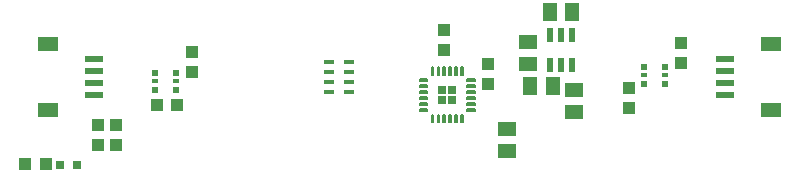
<source format=gbr>
G04 EAGLE Gerber RS-274X export*
G75*
%MOMM*%
%FSLAX34Y34*%
%LPD*%
%INSolderpaste Top*%
%IPPOS*%
%AMOC8*
5,1,8,0,0,1.08239X$1,22.5*%
G01*
%ADD10R,1.500000X1.240000*%
%ADD11R,1.000000X1.075000*%
%ADD12R,1.550000X0.600000*%
%ADD13R,1.800000X1.200000*%
%ADD14R,0.800000X0.800000*%
%ADD15R,1.075000X1.000000*%
%ADD16R,1.240000X1.500000*%
%ADD17R,0.550000X1.200000*%
%ADD18R,0.500000X0.500000*%
%ADD19R,0.500000X0.400000*%
%ADD20C,0.140000*%
%ADD21R,0.650000X0.650000*%
%ADD22R,0.900000X0.450000*%


D10*
X82550Y-62840D03*
X82550Y-43840D03*
X139065Y-10820D03*
X139065Y-29820D03*
D11*
X29210Y22615D03*
X29210Y39615D03*
D12*
X-266960Y5000D03*
X-266960Y-5000D03*
X-266960Y15000D03*
X-266960Y-15000D03*
D13*
X-305960Y28000D03*
X-305960Y-28000D03*
D12*
X266960Y-5000D03*
X266960Y5000D03*
X266960Y-15000D03*
X266960Y15000D03*
D13*
X305960Y-28000D03*
X305960Y28000D03*
D14*
X-281425Y-74295D03*
X-296425Y-74295D03*
D15*
X-325365Y-73660D03*
X-308365Y-73660D03*
D11*
X66040Y-5960D03*
X66040Y11040D03*
D16*
X121260Y-7620D03*
X102260Y-7620D03*
D10*
X100330Y29820D03*
X100330Y10820D03*
D17*
X118770Y9860D03*
X128270Y9860D03*
X137770Y9860D03*
X137770Y35860D03*
X128270Y35860D03*
X118770Y35860D03*
D16*
X137770Y54610D03*
X118770Y54610D03*
D18*
X216010Y-6230D03*
D19*
X216010Y1270D03*
D18*
X216010Y8770D03*
X198010Y8770D03*
D19*
X198010Y1270D03*
D18*
X198010Y-6230D03*
D11*
X-184150Y4200D03*
X-184150Y21200D03*
X185420Y-9280D03*
X185420Y-26280D03*
X229870Y11820D03*
X229870Y28820D03*
D18*
X-216010Y3690D03*
D19*
X-216010Y-3810D03*
D18*
X-216010Y-11310D03*
X-198010Y-11310D03*
D19*
X-198010Y-3810D03*
D18*
X-198010Y3690D03*
D15*
X-214240Y-24130D03*
X-197240Y-24130D03*
D20*
X44950Y1460D02*
X44950Y8060D01*
X44950Y1460D02*
X43550Y1460D01*
X43550Y8060D01*
X44950Y8060D01*
X44950Y2790D02*
X43550Y2790D01*
X43550Y4120D02*
X44950Y4120D01*
X44950Y5450D02*
X43550Y5450D01*
X43550Y6780D02*
X44950Y6780D01*
X39950Y8060D02*
X39950Y1460D01*
X38550Y1460D01*
X38550Y8060D01*
X39950Y8060D01*
X39950Y2790D02*
X38550Y2790D01*
X38550Y4120D02*
X39950Y4120D01*
X39950Y5450D02*
X38550Y5450D01*
X38550Y6780D02*
X39950Y6780D01*
X34950Y8060D02*
X34950Y1460D01*
X33550Y1460D01*
X33550Y8060D01*
X34950Y8060D01*
X34950Y2790D02*
X33550Y2790D01*
X33550Y4120D02*
X34950Y4120D01*
X34950Y5450D02*
X33550Y5450D01*
X33550Y6780D02*
X34950Y6780D01*
X29950Y8060D02*
X29950Y1460D01*
X28550Y1460D01*
X28550Y8060D01*
X29950Y8060D01*
X29950Y2790D02*
X28550Y2790D01*
X28550Y4120D02*
X29950Y4120D01*
X29950Y5450D02*
X28550Y5450D01*
X28550Y6780D02*
X29950Y6780D01*
X24950Y8060D02*
X24950Y1460D01*
X23550Y1460D01*
X23550Y8060D01*
X24950Y8060D01*
X24950Y2790D02*
X23550Y2790D01*
X23550Y4120D02*
X24950Y4120D01*
X24950Y5450D02*
X23550Y5450D01*
X23550Y6780D02*
X24950Y6780D01*
X19950Y8060D02*
X19950Y1460D01*
X18550Y1460D01*
X18550Y8060D01*
X19950Y8060D01*
X19950Y2790D02*
X18550Y2790D01*
X18550Y4120D02*
X19950Y4120D01*
X19950Y5450D02*
X18550Y5450D01*
X18550Y6780D02*
X19950Y6780D01*
X15050Y-3440D02*
X8450Y-3440D01*
X8450Y-2040D01*
X15050Y-2040D01*
X15050Y-3440D01*
X15050Y-2110D02*
X8450Y-2110D01*
X8450Y-8440D02*
X15050Y-8440D01*
X8450Y-8440D02*
X8450Y-7040D01*
X15050Y-7040D01*
X15050Y-8440D01*
X15050Y-7110D02*
X8450Y-7110D01*
X8450Y-13440D02*
X15050Y-13440D01*
X8450Y-13440D02*
X8450Y-12040D01*
X15050Y-12040D01*
X15050Y-13440D01*
X15050Y-12110D02*
X8450Y-12110D01*
X8450Y-18440D02*
X15050Y-18440D01*
X8450Y-18440D02*
X8450Y-17040D01*
X15050Y-17040D01*
X15050Y-18440D01*
X15050Y-17110D02*
X8450Y-17110D01*
X8450Y-23440D02*
X15050Y-23440D01*
X8450Y-23440D02*
X8450Y-22040D01*
X15050Y-22040D01*
X15050Y-23440D01*
X15050Y-22110D02*
X8450Y-22110D01*
X8450Y-28440D02*
X15050Y-28440D01*
X8450Y-28440D02*
X8450Y-27040D01*
X15050Y-27040D01*
X15050Y-28440D01*
X15050Y-27110D02*
X8450Y-27110D01*
X18550Y-31940D02*
X18550Y-38540D01*
X18550Y-31940D02*
X19950Y-31940D01*
X19950Y-38540D01*
X18550Y-38540D01*
X18550Y-37210D02*
X19950Y-37210D01*
X19950Y-35880D02*
X18550Y-35880D01*
X18550Y-34550D02*
X19950Y-34550D01*
X19950Y-33220D02*
X18550Y-33220D01*
X23550Y-31940D02*
X23550Y-38540D01*
X23550Y-31940D02*
X24950Y-31940D01*
X24950Y-38540D01*
X23550Y-38540D01*
X23550Y-37210D02*
X24950Y-37210D01*
X24950Y-35880D02*
X23550Y-35880D01*
X23550Y-34550D02*
X24950Y-34550D01*
X24950Y-33220D02*
X23550Y-33220D01*
X28550Y-31940D02*
X28550Y-38540D01*
X28550Y-31940D02*
X29950Y-31940D01*
X29950Y-38540D01*
X28550Y-38540D01*
X28550Y-37210D02*
X29950Y-37210D01*
X29950Y-35880D02*
X28550Y-35880D01*
X28550Y-34550D02*
X29950Y-34550D01*
X29950Y-33220D02*
X28550Y-33220D01*
X33550Y-31940D02*
X33550Y-38540D01*
X33550Y-31940D02*
X34950Y-31940D01*
X34950Y-38540D01*
X33550Y-38540D01*
X33550Y-37210D02*
X34950Y-37210D01*
X34950Y-35880D02*
X33550Y-35880D01*
X33550Y-34550D02*
X34950Y-34550D01*
X34950Y-33220D02*
X33550Y-33220D01*
X38550Y-31940D02*
X38550Y-38540D01*
X38550Y-31940D02*
X39950Y-31940D01*
X39950Y-38540D01*
X38550Y-38540D01*
X38550Y-37210D02*
X39950Y-37210D01*
X39950Y-35880D02*
X38550Y-35880D01*
X38550Y-34550D02*
X39950Y-34550D01*
X39950Y-33220D02*
X38550Y-33220D01*
X43550Y-31940D02*
X43550Y-38540D01*
X43550Y-31940D02*
X44950Y-31940D01*
X44950Y-38540D01*
X43550Y-38540D01*
X43550Y-37210D02*
X44950Y-37210D01*
X44950Y-35880D02*
X43550Y-35880D01*
X43550Y-34550D02*
X44950Y-34550D01*
X44950Y-33220D02*
X43550Y-33220D01*
X48450Y-27040D02*
X55050Y-27040D01*
X55050Y-28440D01*
X48450Y-28440D01*
X48450Y-27040D01*
X48450Y-27110D02*
X55050Y-27110D01*
X55050Y-22040D02*
X48450Y-22040D01*
X55050Y-22040D02*
X55050Y-23440D01*
X48450Y-23440D01*
X48450Y-22040D01*
X48450Y-22110D02*
X55050Y-22110D01*
X55050Y-17040D02*
X48450Y-17040D01*
X55050Y-17040D02*
X55050Y-18440D01*
X48450Y-18440D01*
X48450Y-17040D01*
X48450Y-17110D02*
X55050Y-17110D01*
X55050Y-12040D02*
X48450Y-12040D01*
X55050Y-12040D02*
X55050Y-13440D01*
X48450Y-13440D01*
X48450Y-12040D01*
X48450Y-12110D02*
X55050Y-12110D01*
X55050Y-7040D02*
X48450Y-7040D01*
X55050Y-7040D02*
X55050Y-8440D01*
X48450Y-8440D01*
X48450Y-7040D01*
X48450Y-7110D02*
X55050Y-7110D01*
X55050Y-2040D02*
X48450Y-2040D01*
X55050Y-2040D02*
X55050Y-3440D01*
X48450Y-3440D01*
X48450Y-2040D01*
X48450Y-2110D02*
X55050Y-2110D01*
D21*
X36000Y-19490D03*
X27500Y-19490D03*
X36000Y-10990D03*
X27500Y-10990D03*
D11*
X-248920Y-58030D03*
X-248920Y-41030D03*
X-264160Y-58030D03*
X-264160Y-41030D03*
D22*
X-68190Y-13000D03*
X-51190Y-13000D03*
X-68190Y-4000D03*
X-68190Y4000D03*
X-68190Y13000D03*
X-51190Y13000D03*
X-51190Y-4000D03*
X-51190Y4000D03*
M02*

</source>
